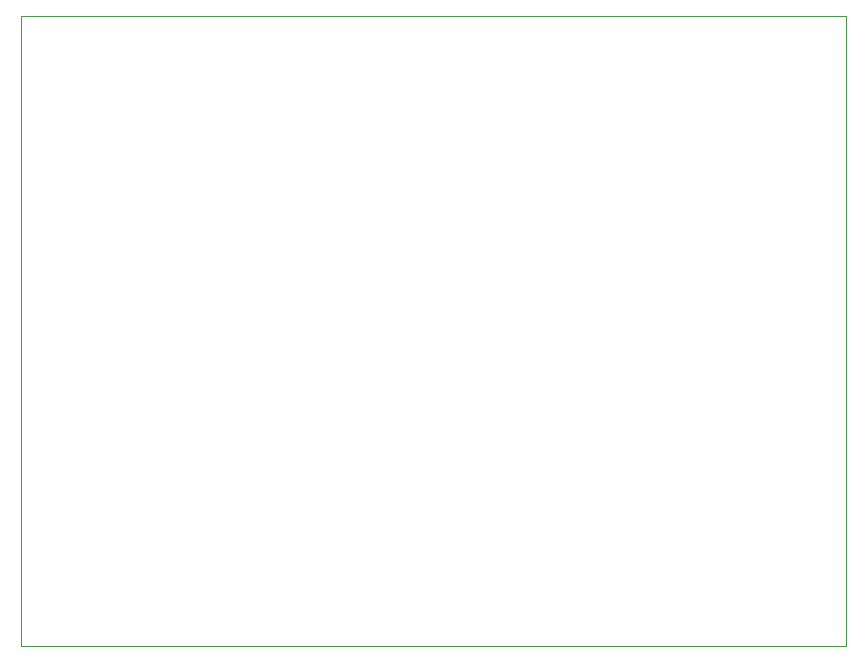
<source format=gbr>
%TF.GenerationSoftware,KiCad,Pcbnew,(5.1.6)-1*%
%TF.CreationDate,2020-09-23T17:10:44+08:00*%
%TF.ProjectId,Power Meter,506f7765-7220-44d6-9574-65722e6b6963,rev?*%
%TF.SameCoordinates,Original*%
%TF.FileFunction,Profile,NP*%
%FSLAX46Y46*%
G04 Gerber Fmt 4.6, Leading zero omitted, Abs format (unit mm)*
G04 Created by KiCad (PCBNEW (5.1.6)-1) date 2020-09-23 17:10:44*
%MOMM*%
%LPD*%
G01*
G04 APERTURE LIST*
%TA.AperFunction,Profile*%
%ADD10C,0.050000*%
%TD*%
G04 APERTURE END LIST*
D10*
X124460000Y-66040000D02*
X124460000Y-68580000D01*
X194310000Y-66040000D02*
X124460000Y-66040000D01*
X194310000Y-68580000D02*
X194310000Y-66040000D01*
X194310000Y-119380000D02*
X194310000Y-68580000D01*
X124460000Y-119380000D02*
X194310000Y-119380000D01*
X124460000Y-68580000D02*
X124460000Y-119380000D01*
M02*

</source>
